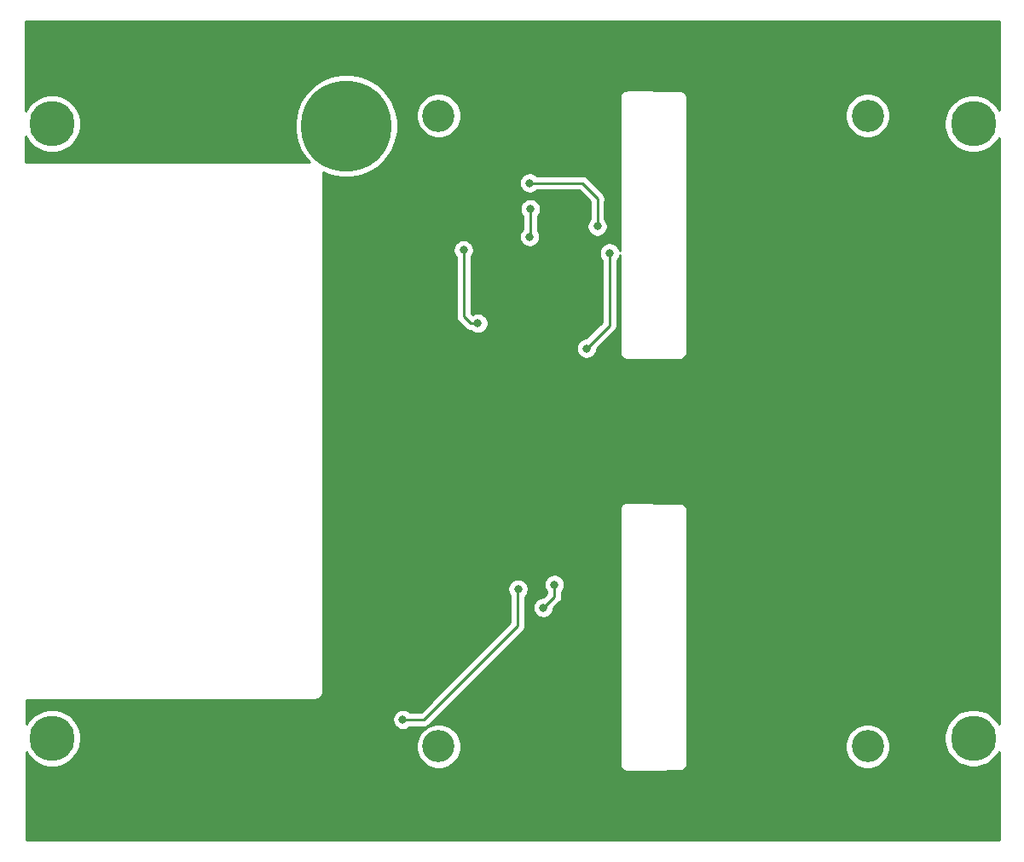
<source format=gbr>
G04 #@! TF.GenerationSoftware,KiCad,Pcbnew,(5.1.2)-2*
G04 #@! TF.CreationDate,2022-01-19T07:22:50-03:00*
G04 #@! TF.ProjectId,MAG_Plus,4d41475f-506c-4757-932e-6b696361645f,rev?*
G04 #@! TF.SameCoordinates,Original*
G04 #@! TF.FileFunction,Copper,L1,Top*
G04 #@! TF.FilePolarity,Positive*
%FSLAX46Y46*%
G04 Gerber Fmt 4.6, Leading zero omitted, Abs format (unit mm)*
G04 Created by KiCad (PCBNEW (5.1.2)-2) date 2022-01-19 07:22:50*
%MOMM*%
%LPD*%
G04 APERTURE LIST*
%ADD10C,9.000000*%
%ADD11C,4.500000*%
%ADD12C,3.200000*%
%ADD13C,0.800000*%
%ADD14C,0.250000*%
%ADD15C,0.254000*%
G04 APERTURE END LIST*
D10*
X44500000Y-23000000D03*
D11*
X15260000Y-22800000D03*
X106760000Y-83800000D03*
X15260000Y-83810000D03*
X106760000Y-22800000D03*
D12*
X96260000Y-84610000D03*
X53670000Y-21990000D03*
X53670000Y-84610000D03*
X96260000Y-21990000D03*
D13*
X64059998Y-70850000D03*
X65159998Y-68550000D03*
X50110000Y-81950000D03*
X61560000Y-69000000D03*
X68350000Y-45100000D03*
X62760000Y-31260000D03*
X62700000Y-34010000D03*
X69420000Y-32980000D03*
X62700000Y-28670000D03*
X70634990Y-35630000D03*
X56140000Y-35330000D03*
X57560000Y-42600000D03*
D14*
X65159998Y-69115685D02*
X65159998Y-68550000D01*
X65159998Y-69750000D02*
X65159998Y-69115685D01*
X64059998Y-70850000D02*
X65159998Y-69750000D01*
X61510000Y-69050000D02*
X61560000Y-69000000D01*
X61510000Y-72650000D02*
X61510000Y-69050000D01*
X50110000Y-81950000D02*
X52210000Y-81950000D01*
X52210000Y-81950000D02*
X61510000Y-72650000D01*
X62760000Y-31260000D02*
X62760000Y-33950000D01*
X62760000Y-33950000D02*
X62700000Y-34010000D01*
X67900000Y-28670000D02*
X62700000Y-28670000D01*
X69430000Y-30200000D02*
X67900000Y-28670000D01*
X69430000Y-30330000D02*
X69430000Y-30200000D01*
X69420000Y-32980000D02*
X69420000Y-30340000D01*
X69420000Y-30340000D02*
X69430000Y-30330000D01*
X70634990Y-36195685D02*
X70634990Y-35630000D01*
X70634990Y-42815010D02*
X70634990Y-36195685D01*
X68350000Y-45100000D02*
X70634990Y-42815010D01*
X56820000Y-42600000D02*
X57560000Y-42600000D01*
X56140000Y-35330000D02*
X56140000Y-41920000D01*
X56140000Y-41920000D02*
X56820000Y-42600000D01*
D15*
G36*
X109300000Y-21408516D02*
G01*
X109000926Y-20960920D01*
X108599080Y-20559074D01*
X108126560Y-20243346D01*
X107601523Y-20025869D01*
X107044148Y-19915000D01*
X106475852Y-19915000D01*
X105918477Y-20025869D01*
X105393440Y-20243346D01*
X104920920Y-20559074D01*
X104519074Y-20960920D01*
X104203346Y-21433440D01*
X103985869Y-21958477D01*
X103875000Y-22515852D01*
X103875000Y-23084148D01*
X103985869Y-23641523D01*
X104203346Y-24166560D01*
X104519074Y-24639080D01*
X104920920Y-25040926D01*
X105393440Y-25356654D01*
X105918477Y-25574131D01*
X106475852Y-25685000D01*
X107044148Y-25685000D01*
X107601523Y-25574131D01*
X108126560Y-25356654D01*
X108599080Y-25040926D01*
X109000926Y-24639080D01*
X109300000Y-24191484D01*
X109300001Y-82408517D01*
X109000926Y-81960920D01*
X108599080Y-81559074D01*
X108126560Y-81243346D01*
X107601523Y-81025869D01*
X107044148Y-80915000D01*
X106475852Y-80915000D01*
X105918477Y-81025869D01*
X105393440Y-81243346D01*
X104920920Y-81559074D01*
X104519074Y-81960920D01*
X104203346Y-82433440D01*
X103985869Y-82958477D01*
X103875000Y-83515852D01*
X103875000Y-84084148D01*
X103985869Y-84641523D01*
X104203346Y-85166560D01*
X104519074Y-85639080D01*
X104920920Y-86040926D01*
X105393440Y-86356654D01*
X105918477Y-86574131D01*
X106475852Y-86685000D01*
X107044148Y-86685000D01*
X107601523Y-86574131D01*
X108126560Y-86356654D01*
X108599080Y-86040926D01*
X109000926Y-85639080D01*
X109300001Y-85191483D01*
X109300001Y-93940000D01*
X12719568Y-93940000D01*
X12713843Y-85192270D01*
X13019074Y-85649080D01*
X13420920Y-86050926D01*
X13893440Y-86366654D01*
X14418477Y-86584131D01*
X14975852Y-86695000D01*
X15544148Y-86695000D01*
X16101523Y-86584131D01*
X16626560Y-86366654D01*
X17099080Y-86050926D01*
X17500926Y-85649080D01*
X17816654Y-85176560D01*
X18034131Y-84651523D01*
X18086176Y-84389872D01*
X51435000Y-84389872D01*
X51435000Y-84830128D01*
X51520890Y-85261925D01*
X51689369Y-85668669D01*
X51933962Y-86034729D01*
X52245271Y-86346038D01*
X52611331Y-86590631D01*
X53018075Y-86759110D01*
X53449872Y-86845000D01*
X53890128Y-86845000D01*
X54321925Y-86759110D01*
X54728669Y-86590631D01*
X54939138Y-86450000D01*
X71646807Y-86450000D01*
X71659550Y-86579383D01*
X71697290Y-86703793D01*
X71758575Y-86818450D01*
X71793085Y-86860500D01*
X71841052Y-86918948D01*
X71941550Y-87001425D01*
X72056207Y-87062710D01*
X72180617Y-87100450D01*
X72310000Y-87113193D01*
X72342419Y-87110000D01*
X74833494Y-87110000D01*
X74839371Y-87110473D01*
X74865859Y-87110000D01*
X74892419Y-87110000D01*
X74898301Y-87109421D01*
X77633453Y-87060578D01*
X77660000Y-87063193D01*
X77698306Y-87059420D01*
X77704197Y-87059315D01*
X77730505Y-87056249D01*
X77789383Y-87050450D01*
X77795073Y-87048724D01*
X77800975Y-87048036D01*
X77857207Y-87029876D01*
X77913793Y-87012710D01*
X77919037Y-87009907D01*
X77924691Y-87008081D01*
X77976282Y-86979309D01*
X78028450Y-86951425D01*
X78033049Y-86947651D01*
X78038236Y-86944758D01*
X78083214Y-86906481D01*
X78128948Y-86868948D01*
X78132723Y-86864349D01*
X78137245Y-86860500D01*
X78173886Y-86814191D01*
X78211425Y-86768450D01*
X78214230Y-86763203D01*
X78217915Y-86758545D01*
X78244826Y-86705960D01*
X78272710Y-86653793D01*
X78274437Y-86648101D01*
X78277143Y-86642813D01*
X78293274Y-86586002D01*
X78310450Y-86529383D01*
X78311033Y-86523460D01*
X78312655Y-86517749D01*
X78317392Y-86458897D01*
X78320000Y-86432419D01*
X78320000Y-86426499D01*
X78323086Y-86388160D01*
X78320000Y-86361683D01*
X78320000Y-84389872D01*
X94025000Y-84389872D01*
X94025000Y-84830128D01*
X94110890Y-85261925D01*
X94279369Y-85668669D01*
X94523962Y-86034729D01*
X94835271Y-86346038D01*
X95201331Y-86590631D01*
X95608075Y-86759110D01*
X96039872Y-86845000D01*
X96480128Y-86845000D01*
X96911925Y-86759110D01*
X97318669Y-86590631D01*
X97684729Y-86346038D01*
X97996038Y-86034729D01*
X98240631Y-85668669D01*
X98409110Y-85261925D01*
X98495000Y-84830128D01*
X98495000Y-84389872D01*
X98409110Y-83958075D01*
X98240631Y-83551331D01*
X97996038Y-83185271D01*
X97684729Y-82873962D01*
X97318669Y-82629369D01*
X96911925Y-82460890D01*
X96480128Y-82375000D01*
X96039872Y-82375000D01*
X95608075Y-82460890D01*
X95201331Y-82629369D01*
X94835271Y-82873962D01*
X94523962Y-83185271D01*
X94279369Y-83551331D01*
X94110890Y-83958075D01*
X94025000Y-84389872D01*
X78320000Y-84389872D01*
X78320000Y-61135510D01*
X78323164Y-61106197D01*
X78320000Y-61070671D01*
X78320000Y-61067581D01*
X78317125Y-61038395D01*
X78311631Y-60976702D01*
X78310755Y-60973714D01*
X78310450Y-60970617D01*
X78292471Y-60911349D01*
X78275055Y-60851945D01*
X78273614Y-60849188D01*
X78272710Y-60846207D01*
X78243498Y-60791555D01*
X78214844Y-60736720D01*
X78212894Y-60734298D01*
X78211425Y-60731550D01*
X78172122Y-60683660D01*
X78133310Y-60635455D01*
X78130923Y-60633458D01*
X78128948Y-60631052D01*
X78081082Y-60591770D01*
X78033587Y-60552043D01*
X78030856Y-60550550D01*
X78028449Y-60548575D01*
X77973838Y-60519385D01*
X77919508Y-60489689D01*
X77916538Y-60488757D01*
X77913792Y-60487290D01*
X77854527Y-60469312D01*
X77795456Y-60450788D01*
X77792362Y-60450454D01*
X77789382Y-60449550D01*
X77727728Y-60443478D01*
X77698585Y-60440332D01*
X77695497Y-60440303D01*
X77660000Y-60436807D01*
X77630656Y-60439697D01*
X72345496Y-60390303D01*
X72310000Y-60386807D01*
X72248337Y-60392880D01*
X72186702Y-60398370D01*
X72183719Y-60399245D01*
X72180618Y-60399550D01*
X72121332Y-60417535D01*
X72061945Y-60434945D01*
X72059186Y-60436386D01*
X72056208Y-60437290D01*
X72001600Y-60466478D01*
X71946720Y-60495156D01*
X71944296Y-60497108D01*
X71941551Y-60498575D01*
X71893713Y-60537835D01*
X71845455Y-60576690D01*
X71843456Y-60579080D01*
X71841053Y-60581052D01*
X71801802Y-60628879D01*
X71762043Y-60676413D01*
X71760550Y-60679145D01*
X71758576Y-60681550D01*
X71729393Y-60736147D01*
X71699689Y-60790493D01*
X71698758Y-60793463D01*
X71697291Y-60796207D01*
X71679329Y-60855419D01*
X71660788Y-60914544D01*
X71660454Y-60917641D01*
X71659551Y-60920617D01*
X71653489Y-60982162D01*
X71646836Y-61043803D01*
X71650001Y-61079337D01*
X71650000Y-86417581D01*
X71646807Y-86450000D01*
X54939138Y-86450000D01*
X55094729Y-86346038D01*
X55406038Y-86034729D01*
X55650631Y-85668669D01*
X55819110Y-85261925D01*
X55905000Y-84830128D01*
X55905000Y-84389872D01*
X55819110Y-83958075D01*
X55650631Y-83551331D01*
X55406038Y-83185271D01*
X55094729Y-82873962D01*
X54728669Y-82629369D01*
X54321925Y-82460890D01*
X53890128Y-82375000D01*
X53449872Y-82375000D01*
X53018075Y-82460890D01*
X52611331Y-82629369D01*
X52245271Y-82873962D01*
X51933962Y-83185271D01*
X51689369Y-83551331D01*
X51520890Y-83958075D01*
X51435000Y-84389872D01*
X18086176Y-84389872D01*
X18145000Y-84094148D01*
X18145000Y-83525852D01*
X18034131Y-82968477D01*
X17816654Y-82443440D01*
X17500926Y-81970920D01*
X17378067Y-81848061D01*
X49075000Y-81848061D01*
X49075000Y-82051939D01*
X49114774Y-82251898D01*
X49192795Y-82440256D01*
X49306063Y-82609774D01*
X49450226Y-82753937D01*
X49619744Y-82867205D01*
X49808102Y-82945226D01*
X50008061Y-82985000D01*
X50211939Y-82985000D01*
X50411898Y-82945226D01*
X50600256Y-82867205D01*
X50769774Y-82753937D01*
X50813711Y-82710000D01*
X52172678Y-82710000D01*
X52210000Y-82713676D01*
X52247322Y-82710000D01*
X52247333Y-82710000D01*
X52358986Y-82699003D01*
X52502247Y-82655546D01*
X52634276Y-82584974D01*
X52750001Y-82490001D01*
X52773804Y-82460997D01*
X62021004Y-73213798D01*
X62050001Y-73190001D01*
X62076332Y-73157917D01*
X62144974Y-73074277D01*
X62215546Y-72942247D01*
X62215546Y-72942246D01*
X62259003Y-72798986D01*
X62270000Y-72687333D01*
X62270000Y-72687324D01*
X62273676Y-72650001D01*
X62270000Y-72612678D01*
X62270000Y-70748061D01*
X63024998Y-70748061D01*
X63024998Y-70951939D01*
X63064772Y-71151898D01*
X63142793Y-71340256D01*
X63256061Y-71509774D01*
X63400224Y-71653937D01*
X63569742Y-71767205D01*
X63758100Y-71845226D01*
X63958059Y-71885000D01*
X64161937Y-71885000D01*
X64361896Y-71845226D01*
X64550254Y-71767205D01*
X64719772Y-71653937D01*
X64863935Y-71509774D01*
X64977203Y-71340256D01*
X65055224Y-71151898D01*
X65094998Y-70951939D01*
X65094998Y-70889801D01*
X65671002Y-70313798D01*
X65699999Y-70290001D01*
X65726330Y-70257917D01*
X65794972Y-70174277D01*
X65865544Y-70042247D01*
X65903474Y-69917205D01*
X65909001Y-69898986D01*
X65919998Y-69787333D01*
X65919998Y-69787323D01*
X65923674Y-69750000D01*
X65919998Y-69712677D01*
X65919998Y-69253711D01*
X65963935Y-69209774D01*
X66077203Y-69040256D01*
X66155224Y-68851898D01*
X66194998Y-68651939D01*
X66194998Y-68448061D01*
X66155224Y-68248102D01*
X66077203Y-68059744D01*
X65963935Y-67890226D01*
X65819772Y-67746063D01*
X65650254Y-67632795D01*
X65461896Y-67554774D01*
X65261937Y-67515000D01*
X65058059Y-67515000D01*
X64858100Y-67554774D01*
X64669742Y-67632795D01*
X64500224Y-67746063D01*
X64356061Y-67890226D01*
X64242793Y-68059744D01*
X64164772Y-68248102D01*
X64124998Y-68448061D01*
X64124998Y-68651939D01*
X64164772Y-68851898D01*
X64242793Y-69040256D01*
X64356061Y-69209774D01*
X64399998Y-69253711D01*
X64399998Y-69435198D01*
X64020197Y-69815000D01*
X63958059Y-69815000D01*
X63758100Y-69854774D01*
X63569742Y-69932795D01*
X63400224Y-70046063D01*
X63256061Y-70190226D01*
X63142793Y-70359744D01*
X63064772Y-70548102D01*
X63024998Y-70748061D01*
X62270000Y-70748061D01*
X62270000Y-69753711D01*
X62363937Y-69659774D01*
X62477205Y-69490256D01*
X62555226Y-69301898D01*
X62595000Y-69101939D01*
X62595000Y-68898061D01*
X62555226Y-68698102D01*
X62477205Y-68509744D01*
X62363937Y-68340226D01*
X62219774Y-68196063D01*
X62050256Y-68082795D01*
X61861898Y-68004774D01*
X61661939Y-67965000D01*
X61458061Y-67965000D01*
X61258102Y-68004774D01*
X61069744Y-68082795D01*
X60900226Y-68196063D01*
X60756063Y-68340226D01*
X60642795Y-68509744D01*
X60564774Y-68698102D01*
X60525000Y-68898061D01*
X60525000Y-69101939D01*
X60564774Y-69301898D01*
X60642795Y-69490256D01*
X60750001Y-69650701D01*
X60750000Y-72335198D01*
X51895199Y-81190000D01*
X50813711Y-81190000D01*
X50769774Y-81146063D01*
X50600256Y-81032795D01*
X50411898Y-80954774D01*
X50211939Y-80915000D01*
X50008061Y-80915000D01*
X49808102Y-80954774D01*
X49619744Y-81032795D01*
X49450226Y-81146063D01*
X49306063Y-81290226D01*
X49192795Y-81459744D01*
X49114774Y-81648102D01*
X49075000Y-81848061D01*
X17378067Y-81848061D01*
X17099080Y-81569074D01*
X16626560Y-81253346D01*
X16101523Y-81035869D01*
X15544148Y-80925000D01*
X14975852Y-80925000D01*
X14418477Y-81035869D01*
X13893440Y-81253346D01*
X13420920Y-81569074D01*
X13019074Y-81970920D01*
X12712035Y-82430436D01*
X12710431Y-79980000D01*
X41467581Y-79980000D01*
X41500000Y-79983193D01*
X41532419Y-79980000D01*
X41629383Y-79970450D01*
X41753793Y-79932710D01*
X41868450Y-79871425D01*
X41968948Y-79788948D01*
X42051425Y-79688450D01*
X42112710Y-79573793D01*
X42150450Y-79449383D01*
X42163193Y-79320000D01*
X42160000Y-79287581D01*
X42160000Y-44998061D01*
X67315000Y-44998061D01*
X67315000Y-45201939D01*
X67354774Y-45401898D01*
X67432795Y-45590256D01*
X67546063Y-45759774D01*
X67690226Y-45903937D01*
X67859744Y-46017205D01*
X68048102Y-46095226D01*
X68248061Y-46135000D01*
X68451939Y-46135000D01*
X68651898Y-46095226D01*
X68840256Y-46017205D01*
X69009774Y-45903937D01*
X69153937Y-45759774D01*
X69267205Y-45590256D01*
X69345226Y-45401898D01*
X69385000Y-45201939D01*
X69385000Y-45139801D01*
X71145994Y-43378808D01*
X71174991Y-43355011D01*
X71269964Y-43239286D01*
X71340536Y-43107257D01*
X71383993Y-42963996D01*
X71394990Y-42852343D01*
X71394990Y-42852333D01*
X71398666Y-42815010D01*
X71394990Y-42777687D01*
X71394990Y-36333711D01*
X71438927Y-36289774D01*
X71552195Y-36120256D01*
X71630216Y-35931898D01*
X71650000Y-35832434D01*
X71650000Y-45517581D01*
X71646807Y-45550000D01*
X71659550Y-45679383D01*
X71697290Y-45803793D01*
X71758575Y-45918450D01*
X71839622Y-46017205D01*
X71841052Y-46018948D01*
X71941550Y-46101425D01*
X72056207Y-46162710D01*
X72180617Y-46200450D01*
X72310000Y-46213193D01*
X72342419Y-46210000D01*
X77627581Y-46210000D01*
X77660000Y-46213193D01*
X77692419Y-46210000D01*
X77789383Y-46200450D01*
X77913793Y-46162710D01*
X78028450Y-46101425D01*
X78128948Y-46018948D01*
X78211425Y-45918450D01*
X78272710Y-45803793D01*
X78310450Y-45679383D01*
X78323193Y-45550000D01*
X78320000Y-45517581D01*
X78320000Y-21769872D01*
X94025000Y-21769872D01*
X94025000Y-22210128D01*
X94110890Y-22641925D01*
X94279369Y-23048669D01*
X94523962Y-23414729D01*
X94835271Y-23726038D01*
X95201331Y-23970631D01*
X95608075Y-24139110D01*
X96039872Y-24225000D01*
X96480128Y-24225000D01*
X96911925Y-24139110D01*
X97318669Y-23970631D01*
X97684729Y-23726038D01*
X97996038Y-23414729D01*
X98240631Y-23048669D01*
X98409110Y-22641925D01*
X98495000Y-22210128D01*
X98495000Y-21769872D01*
X98409110Y-21338075D01*
X98240631Y-20931331D01*
X97996038Y-20565271D01*
X97684729Y-20253962D01*
X97318669Y-20009369D01*
X96911925Y-19840890D01*
X96480128Y-19755000D01*
X96039872Y-19755000D01*
X95608075Y-19840890D01*
X95201331Y-20009369D01*
X94835271Y-20253962D01*
X94523962Y-20565271D01*
X94279369Y-20931331D01*
X94110890Y-21338075D01*
X94025000Y-21769872D01*
X78320000Y-21769872D01*
X78320000Y-20185510D01*
X78323164Y-20156197D01*
X78320000Y-20120671D01*
X78320000Y-20117581D01*
X78317125Y-20088395D01*
X78311631Y-20026702D01*
X78310755Y-20023714D01*
X78310450Y-20020617D01*
X78292471Y-19961349D01*
X78275055Y-19901945D01*
X78273614Y-19899188D01*
X78272710Y-19896207D01*
X78243498Y-19841555D01*
X78214844Y-19786720D01*
X78212894Y-19784298D01*
X78211425Y-19781550D01*
X78172122Y-19733660D01*
X78133310Y-19685455D01*
X78130923Y-19683458D01*
X78128948Y-19681052D01*
X78081082Y-19641770D01*
X78033587Y-19602043D01*
X78030856Y-19600550D01*
X78028449Y-19598575D01*
X77973838Y-19569385D01*
X77919508Y-19539689D01*
X77916538Y-19538757D01*
X77913792Y-19537290D01*
X77854527Y-19519312D01*
X77795456Y-19500788D01*
X77792362Y-19500454D01*
X77789382Y-19499550D01*
X77727728Y-19493478D01*
X77698585Y-19490332D01*
X77695497Y-19490303D01*
X77660000Y-19486807D01*
X77630656Y-19489697D01*
X72345496Y-19440303D01*
X72310000Y-19436807D01*
X72248337Y-19442880D01*
X72186702Y-19448370D01*
X72183719Y-19449245D01*
X72180618Y-19449550D01*
X72121332Y-19467535D01*
X72061945Y-19484945D01*
X72059186Y-19486386D01*
X72056208Y-19487290D01*
X72001600Y-19516478D01*
X71946720Y-19545156D01*
X71944296Y-19547108D01*
X71941551Y-19548575D01*
X71893713Y-19587835D01*
X71845455Y-19626690D01*
X71843456Y-19629080D01*
X71841053Y-19631052D01*
X71801802Y-19678879D01*
X71762043Y-19726413D01*
X71760550Y-19729145D01*
X71758576Y-19731550D01*
X71729393Y-19786147D01*
X71699689Y-19840493D01*
X71698758Y-19843463D01*
X71697291Y-19846207D01*
X71679329Y-19905419D01*
X71660788Y-19964544D01*
X71660454Y-19967641D01*
X71659551Y-19970617D01*
X71653489Y-20032162D01*
X71646836Y-20093803D01*
X71650001Y-20129337D01*
X71650000Y-35427566D01*
X71630216Y-35328102D01*
X71552195Y-35139744D01*
X71438927Y-34970226D01*
X71294764Y-34826063D01*
X71125246Y-34712795D01*
X70936888Y-34634774D01*
X70736929Y-34595000D01*
X70533051Y-34595000D01*
X70333092Y-34634774D01*
X70144734Y-34712795D01*
X69975216Y-34826063D01*
X69831053Y-34970226D01*
X69717785Y-35139744D01*
X69639764Y-35328102D01*
X69599990Y-35528061D01*
X69599990Y-35731939D01*
X69639764Y-35931898D01*
X69717785Y-36120256D01*
X69831053Y-36289774D01*
X69874991Y-36333712D01*
X69874990Y-42500208D01*
X68310199Y-44065000D01*
X68248061Y-44065000D01*
X68048102Y-44104774D01*
X67859744Y-44182795D01*
X67690226Y-44296063D01*
X67546063Y-44440226D01*
X67432795Y-44609744D01*
X67354774Y-44798102D01*
X67315000Y-44998061D01*
X42160000Y-44998061D01*
X42160000Y-35228061D01*
X55105000Y-35228061D01*
X55105000Y-35431939D01*
X55144774Y-35631898D01*
X55222795Y-35820256D01*
X55336063Y-35989774D01*
X55380000Y-36033711D01*
X55380001Y-41882668D01*
X55376324Y-41920000D01*
X55390998Y-42068985D01*
X55434454Y-42212246D01*
X55505026Y-42344276D01*
X55543154Y-42390734D01*
X55600000Y-42460001D01*
X55628998Y-42483799D01*
X56256201Y-43111002D01*
X56279999Y-43140001D01*
X56395724Y-43234974D01*
X56527753Y-43305546D01*
X56671014Y-43349003D01*
X56782667Y-43360000D01*
X56782676Y-43360000D01*
X56819999Y-43363676D01*
X56856382Y-43360093D01*
X56900226Y-43403937D01*
X57069744Y-43517205D01*
X57258102Y-43595226D01*
X57458061Y-43635000D01*
X57661939Y-43635000D01*
X57861898Y-43595226D01*
X58050256Y-43517205D01*
X58219774Y-43403937D01*
X58363937Y-43259774D01*
X58477205Y-43090256D01*
X58555226Y-42901898D01*
X58595000Y-42701939D01*
X58595000Y-42498061D01*
X58555226Y-42298102D01*
X58477205Y-42109744D01*
X58363937Y-41940226D01*
X58219774Y-41796063D01*
X58050256Y-41682795D01*
X57861898Y-41604774D01*
X57661939Y-41565000D01*
X57458061Y-41565000D01*
X57258102Y-41604774D01*
X57069744Y-41682795D01*
X57014506Y-41719704D01*
X56900000Y-41605199D01*
X56900000Y-36033711D01*
X56943937Y-35989774D01*
X57057205Y-35820256D01*
X57135226Y-35631898D01*
X57175000Y-35431939D01*
X57175000Y-35228061D01*
X57135226Y-35028102D01*
X57057205Y-34839744D01*
X56943937Y-34670226D01*
X56799774Y-34526063D01*
X56630256Y-34412795D01*
X56441898Y-34334774D01*
X56241939Y-34295000D01*
X56038061Y-34295000D01*
X55838102Y-34334774D01*
X55649744Y-34412795D01*
X55480226Y-34526063D01*
X55336063Y-34670226D01*
X55222795Y-34839744D01*
X55144774Y-35028102D01*
X55105000Y-35228061D01*
X42160000Y-35228061D01*
X42160000Y-33908061D01*
X61665000Y-33908061D01*
X61665000Y-34111939D01*
X61704774Y-34311898D01*
X61782795Y-34500256D01*
X61896063Y-34669774D01*
X62040226Y-34813937D01*
X62209744Y-34927205D01*
X62398102Y-35005226D01*
X62598061Y-35045000D01*
X62801939Y-35045000D01*
X63001898Y-35005226D01*
X63190256Y-34927205D01*
X63359774Y-34813937D01*
X63503937Y-34669774D01*
X63617205Y-34500256D01*
X63695226Y-34311898D01*
X63735000Y-34111939D01*
X63735000Y-33908061D01*
X63695226Y-33708102D01*
X63617205Y-33519744D01*
X63520000Y-33374266D01*
X63520000Y-31963711D01*
X63563937Y-31919774D01*
X63677205Y-31750256D01*
X63755226Y-31561898D01*
X63795000Y-31361939D01*
X63795000Y-31158061D01*
X63755226Y-30958102D01*
X63677205Y-30769744D01*
X63563937Y-30600226D01*
X63419774Y-30456063D01*
X63250256Y-30342795D01*
X63061898Y-30264774D01*
X62861939Y-30225000D01*
X62658061Y-30225000D01*
X62458102Y-30264774D01*
X62269744Y-30342795D01*
X62100226Y-30456063D01*
X61956063Y-30600226D01*
X61842795Y-30769744D01*
X61764774Y-30958102D01*
X61725000Y-31158061D01*
X61725000Y-31361939D01*
X61764774Y-31561898D01*
X61842795Y-31750256D01*
X61956063Y-31919774D01*
X62000000Y-31963711D01*
X62000001Y-33246288D01*
X61896063Y-33350226D01*
X61782795Y-33519744D01*
X61704774Y-33708102D01*
X61665000Y-33908061D01*
X42160000Y-33908061D01*
X42160000Y-28568061D01*
X61665000Y-28568061D01*
X61665000Y-28771939D01*
X61704774Y-28971898D01*
X61782795Y-29160256D01*
X61896063Y-29329774D01*
X62040226Y-29473937D01*
X62209744Y-29587205D01*
X62398102Y-29665226D01*
X62598061Y-29705000D01*
X62801939Y-29705000D01*
X63001898Y-29665226D01*
X63190256Y-29587205D01*
X63359774Y-29473937D01*
X63403711Y-29430000D01*
X67585199Y-29430000D01*
X68660001Y-30504803D01*
X68660000Y-32276289D01*
X68616063Y-32320226D01*
X68502795Y-32489744D01*
X68424774Y-32678102D01*
X68385000Y-32878061D01*
X68385000Y-33081939D01*
X68424774Y-33281898D01*
X68502795Y-33470256D01*
X68616063Y-33639774D01*
X68760226Y-33783937D01*
X68929744Y-33897205D01*
X69118102Y-33975226D01*
X69318061Y-34015000D01*
X69521939Y-34015000D01*
X69721898Y-33975226D01*
X69910256Y-33897205D01*
X70079774Y-33783937D01*
X70223937Y-33639774D01*
X70337205Y-33470256D01*
X70415226Y-33281898D01*
X70455000Y-33081939D01*
X70455000Y-32878061D01*
X70415226Y-32678102D01*
X70337205Y-32489744D01*
X70223937Y-32320226D01*
X70180000Y-32276289D01*
X70180000Y-30468863D01*
X70190000Y-30367333D01*
X70190000Y-30367323D01*
X70193676Y-30330001D01*
X70190000Y-30292678D01*
X70190000Y-30237325D01*
X70193676Y-30200000D01*
X70190000Y-30162675D01*
X70190000Y-30162668D01*
X70179003Y-30051015D01*
X70178014Y-30047753D01*
X70135546Y-29907753D01*
X70064974Y-29775724D01*
X69993799Y-29688997D01*
X69970001Y-29659999D01*
X69941003Y-29636201D01*
X68463804Y-28159003D01*
X68440001Y-28129999D01*
X68324276Y-28035026D01*
X68192247Y-27964454D01*
X68048986Y-27920997D01*
X67937333Y-27910000D01*
X67937322Y-27910000D01*
X67900000Y-27906324D01*
X67862678Y-27910000D01*
X63403711Y-27910000D01*
X63359774Y-27866063D01*
X63190256Y-27752795D01*
X63001898Y-27674774D01*
X62801939Y-27635000D01*
X62598061Y-27635000D01*
X62398102Y-27674774D01*
X62209744Y-27752795D01*
X62040226Y-27866063D01*
X61896063Y-28010226D01*
X61782795Y-28179744D01*
X61704774Y-28368102D01*
X61665000Y-28568061D01*
X42160000Y-28568061D01*
X42160000Y-27588824D01*
X43002176Y-27937665D01*
X43994247Y-28135000D01*
X45005753Y-28135000D01*
X45997824Y-27937665D01*
X46932335Y-27550578D01*
X47773372Y-26988615D01*
X48488615Y-26273372D01*
X49050578Y-25432335D01*
X49437665Y-24497824D01*
X49635000Y-23505753D01*
X49635000Y-22494247D01*
X49490913Y-21769872D01*
X51435000Y-21769872D01*
X51435000Y-22210128D01*
X51520890Y-22641925D01*
X51689369Y-23048669D01*
X51933962Y-23414729D01*
X52245271Y-23726038D01*
X52611331Y-23970631D01*
X53018075Y-24139110D01*
X53449872Y-24225000D01*
X53890128Y-24225000D01*
X54321925Y-24139110D01*
X54728669Y-23970631D01*
X55094729Y-23726038D01*
X55406038Y-23414729D01*
X55650631Y-23048669D01*
X55819110Y-22641925D01*
X55905000Y-22210128D01*
X55905000Y-21769872D01*
X55819110Y-21338075D01*
X55650631Y-20931331D01*
X55406038Y-20565271D01*
X55094729Y-20253962D01*
X54728669Y-20009369D01*
X54321925Y-19840890D01*
X53890128Y-19755000D01*
X53449872Y-19755000D01*
X53018075Y-19840890D01*
X52611331Y-20009369D01*
X52245271Y-20253962D01*
X51933962Y-20565271D01*
X51689369Y-20931331D01*
X51520890Y-21338075D01*
X51435000Y-21769872D01*
X49490913Y-21769872D01*
X49437665Y-21502176D01*
X49050578Y-20567665D01*
X48488615Y-19726628D01*
X47773372Y-19011385D01*
X46932335Y-18449422D01*
X45997824Y-18062335D01*
X45005753Y-17865000D01*
X43994247Y-17865000D01*
X43002176Y-18062335D01*
X42067665Y-18449422D01*
X41226628Y-19011385D01*
X40511385Y-19726628D01*
X39949422Y-20567665D01*
X39562335Y-21502176D01*
X39365000Y-22494247D01*
X39365000Y-23505753D01*
X39562335Y-24497824D01*
X39949422Y-25432335D01*
X40511385Y-26273372D01*
X40858013Y-26620000D01*
X12660000Y-26620000D01*
X12660000Y-24061913D01*
X12703346Y-24166560D01*
X13019074Y-24639080D01*
X13420920Y-25040926D01*
X13893440Y-25356654D01*
X14418477Y-25574131D01*
X14975852Y-25685000D01*
X15544148Y-25685000D01*
X16101523Y-25574131D01*
X16626560Y-25356654D01*
X17099080Y-25040926D01*
X17500926Y-24639080D01*
X17816654Y-24166560D01*
X18034131Y-23641523D01*
X18145000Y-23084148D01*
X18145000Y-22515852D01*
X18034131Y-21958477D01*
X17816654Y-21433440D01*
X17500926Y-20960920D01*
X17099080Y-20559074D01*
X16626560Y-20243346D01*
X16101523Y-20025869D01*
X15544148Y-19915000D01*
X14975852Y-19915000D01*
X14418477Y-20025869D01*
X13893440Y-20243346D01*
X13420920Y-20559074D01*
X13019074Y-20960920D01*
X12703346Y-21433440D01*
X12660000Y-21538087D01*
X12660000Y-12660000D01*
X109300000Y-12660000D01*
X109300000Y-21408516D01*
X109300000Y-21408516D01*
G37*
X109300000Y-21408516D02*
X109000926Y-20960920D01*
X108599080Y-20559074D01*
X108126560Y-20243346D01*
X107601523Y-20025869D01*
X107044148Y-19915000D01*
X106475852Y-19915000D01*
X105918477Y-20025869D01*
X105393440Y-20243346D01*
X104920920Y-20559074D01*
X104519074Y-20960920D01*
X104203346Y-21433440D01*
X103985869Y-21958477D01*
X103875000Y-22515852D01*
X103875000Y-23084148D01*
X103985869Y-23641523D01*
X104203346Y-24166560D01*
X104519074Y-24639080D01*
X104920920Y-25040926D01*
X105393440Y-25356654D01*
X105918477Y-25574131D01*
X106475852Y-25685000D01*
X107044148Y-25685000D01*
X107601523Y-25574131D01*
X108126560Y-25356654D01*
X108599080Y-25040926D01*
X109000926Y-24639080D01*
X109300000Y-24191484D01*
X109300001Y-82408517D01*
X109000926Y-81960920D01*
X108599080Y-81559074D01*
X108126560Y-81243346D01*
X107601523Y-81025869D01*
X107044148Y-80915000D01*
X106475852Y-80915000D01*
X105918477Y-81025869D01*
X105393440Y-81243346D01*
X104920920Y-81559074D01*
X104519074Y-81960920D01*
X104203346Y-82433440D01*
X103985869Y-82958477D01*
X103875000Y-83515852D01*
X103875000Y-84084148D01*
X103985869Y-84641523D01*
X104203346Y-85166560D01*
X104519074Y-85639080D01*
X104920920Y-86040926D01*
X105393440Y-86356654D01*
X105918477Y-86574131D01*
X106475852Y-86685000D01*
X107044148Y-86685000D01*
X107601523Y-86574131D01*
X108126560Y-86356654D01*
X108599080Y-86040926D01*
X109000926Y-85639080D01*
X109300001Y-85191483D01*
X109300001Y-93940000D01*
X12719568Y-93940000D01*
X12713843Y-85192270D01*
X13019074Y-85649080D01*
X13420920Y-86050926D01*
X13893440Y-86366654D01*
X14418477Y-86584131D01*
X14975852Y-86695000D01*
X15544148Y-86695000D01*
X16101523Y-86584131D01*
X16626560Y-86366654D01*
X17099080Y-86050926D01*
X17500926Y-85649080D01*
X17816654Y-85176560D01*
X18034131Y-84651523D01*
X18086176Y-84389872D01*
X51435000Y-84389872D01*
X51435000Y-84830128D01*
X51520890Y-85261925D01*
X51689369Y-85668669D01*
X51933962Y-86034729D01*
X52245271Y-86346038D01*
X52611331Y-86590631D01*
X53018075Y-86759110D01*
X53449872Y-86845000D01*
X53890128Y-86845000D01*
X54321925Y-86759110D01*
X54728669Y-86590631D01*
X54939138Y-86450000D01*
X71646807Y-86450000D01*
X71659550Y-86579383D01*
X71697290Y-86703793D01*
X71758575Y-86818450D01*
X71793085Y-86860500D01*
X71841052Y-86918948D01*
X71941550Y-87001425D01*
X72056207Y-87062710D01*
X72180617Y-87100450D01*
X72310000Y-87113193D01*
X72342419Y-87110000D01*
X74833494Y-87110000D01*
X74839371Y-87110473D01*
X74865859Y-87110000D01*
X74892419Y-87110000D01*
X74898301Y-87109421D01*
X77633453Y-87060578D01*
X77660000Y-87063193D01*
X77698306Y-87059420D01*
X77704197Y-87059315D01*
X77730505Y-87056249D01*
X77789383Y-87050450D01*
X77795073Y-87048724D01*
X77800975Y-87048036D01*
X77857207Y-87029876D01*
X77913793Y-87012710D01*
X77919037Y-87009907D01*
X77924691Y-87008081D01*
X77976282Y-86979309D01*
X78028450Y-86951425D01*
X78033049Y-86947651D01*
X78038236Y-86944758D01*
X78083214Y-86906481D01*
X78128948Y-86868948D01*
X78132723Y-86864349D01*
X78137245Y-86860500D01*
X78173886Y-86814191D01*
X78211425Y-86768450D01*
X78214230Y-86763203D01*
X78217915Y-86758545D01*
X78244826Y-86705960D01*
X78272710Y-86653793D01*
X78274437Y-86648101D01*
X78277143Y-86642813D01*
X78293274Y-86586002D01*
X78310450Y-86529383D01*
X78311033Y-86523460D01*
X78312655Y-86517749D01*
X78317392Y-86458897D01*
X78320000Y-86432419D01*
X78320000Y-86426499D01*
X78323086Y-86388160D01*
X78320000Y-86361683D01*
X78320000Y-84389872D01*
X94025000Y-84389872D01*
X94025000Y-84830128D01*
X94110890Y-85261925D01*
X94279369Y-85668669D01*
X94523962Y-86034729D01*
X94835271Y-86346038D01*
X95201331Y-86590631D01*
X95608075Y-86759110D01*
X96039872Y-86845000D01*
X96480128Y-86845000D01*
X96911925Y-86759110D01*
X97318669Y-86590631D01*
X97684729Y-86346038D01*
X97996038Y-86034729D01*
X98240631Y-85668669D01*
X98409110Y-85261925D01*
X98495000Y-84830128D01*
X98495000Y-84389872D01*
X98409110Y-83958075D01*
X98240631Y-83551331D01*
X97996038Y-83185271D01*
X97684729Y-82873962D01*
X97318669Y-82629369D01*
X96911925Y-82460890D01*
X96480128Y-82375000D01*
X96039872Y-82375000D01*
X95608075Y-82460890D01*
X95201331Y-82629369D01*
X94835271Y-82873962D01*
X94523962Y-83185271D01*
X94279369Y-83551331D01*
X94110890Y-83958075D01*
X94025000Y-84389872D01*
X78320000Y-84389872D01*
X78320000Y-61135510D01*
X78323164Y-61106197D01*
X78320000Y-61070671D01*
X78320000Y-61067581D01*
X78317125Y-61038395D01*
X78311631Y-60976702D01*
X78310755Y-60973714D01*
X78310450Y-60970617D01*
X78292471Y-60911349D01*
X78275055Y-60851945D01*
X78273614Y-60849188D01*
X78272710Y-60846207D01*
X78243498Y-60791555D01*
X78214844Y-60736720D01*
X78212894Y-60734298D01*
X78211425Y-60731550D01*
X78172122Y-60683660D01*
X78133310Y-60635455D01*
X78130923Y-60633458D01*
X78128948Y-60631052D01*
X78081082Y-60591770D01*
X78033587Y-60552043D01*
X78030856Y-60550550D01*
X78028449Y-60548575D01*
X77973838Y-60519385D01*
X77919508Y-60489689D01*
X77916538Y-60488757D01*
X77913792Y-60487290D01*
X77854527Y-60469312D01*
X77795456Y-60450788D01*
X77792362Y-60450454D01*
X77789382Y-60449550D01*
X77727728Y-60443478D01*
X77698585Y-60440332D01*
X77695497Y-60440303D01*
X77660000Y-60436807D01*
X77630656Y-60439697D01*
X72345496Y-60390303D01*
X72310000Y-60386807D01*
X72248337Y-60392880D01*
X72186702Y-60398370D01*
X72183719Y-60399245D01*
X72180618Y-60399550D01*
X72121332Y-60417535D01*
X72061945Y-60434945D01*
X72059186Y-60436386D01*
X72056208Y-60437290D01*
X72001600Y-60466478D01*
X71946720Y-60495156D01*
X71944296Y-60497108D01*
X71941551Y-60498575D01*
X71893713Y-60537835D01*
X71845455Y-60576690D01*
X71843456Y-60579080D01*
X71841053Y-60581052D01*
X71801802Y-60628879D01*
X71762043Y-60676413D01*
X71760550Y-60679145D01*
X71758576Y-60681550D01*
X71729393Y-60736147D01*
X71699689Y-60790493D01*
X71698758Y-60793463D01*
X71697291Y-60796207D01*
X71679329Y-60855419D01*
X71660788Y-60914544D01*
X71660454Y-60917641D01*
X71659551Y-60920617D01*
X71653489Y-60982162D01*
X71646836Y-61043803D01*
X71650001Y-61079337D01*
X71650000Y-86417581D01*
X71646807Y-86450000D01*
X54939138Y-86450000D01*
X55094729Y-86346038D01*
X55406038Y-86034729D01*
X55650631Y-85668669D01*
X55819110Y-85261925D01*
X55905000Y-84830128D01*
X55905000Y-84389872D01*
X55819110Y-83958075D01*
X55650631Y-83551331D01*
X55406038Y-83185271D01*
X55094729Y-82873962D01*
X54728669Y-82629369D01*
X54321925Y-82460890D01*
X53890128Y-82375000D01*
X53449872Y-82375000D01*
X53018075Y-82460890D01*
X52611331Y-82629369D01*
X52245271Y-82873962D01*
X51933962Y-83185271D01*
X51689369Y-83551331D01*
X51520890Y-83958075D01*
X51435000Y-84389872D01*
X18086176Y-84389872D01*
X18145000Y-84094148D01*
X18145000Y-83525852D01*
X18034131Y-82968477D01*
X17816654Y-82443440D01*
X17500926Y-81970920D01*
X17378067Y-81848061D01*
X49075000Y-81848061D01*
X49075000Y-82051939D01*
X49114774Y-82251898D01*
X49192795Y-82440256D01*
X49306063Y-82609774D01*
X49450226Y-82753937D01*
X49619744Y-82867205D01*
X49808102Y-82945226D01*
X50008061Y-82985000D01*
X50211939Y-82985000D01*
X50411898Y-82945226D01*
X50600256Y-82867205D01*
X50769774Y-82753937D01*
X50813711Y-82710000D01*
X52172678Y-82710000D01*
X52210000Y-82713676D01*
X52247322Y-82710000D01*
X52247333Y-82710000D01*
X52358986Y-82699003D01*
X52502247Y-82655546D01*
X52634276Y-82584974D01*
X52750001Y-82490001D01*
X52773804Y-82460997D01*
X62021004Y-73213798D01*
X62050001Y-73190001D01*
X62076332Y-73157917D01*
X62144974Y-73074277D01*
X62215546Y-72942247D01*
X62215546Y-72942246D01*
X62259003Y-72798986D01*
X62270000Y-72687333D01*
X62270000Y-72687324D01*
X62273676Y-72650001D01*
X62270000Y-72612678D01*
X62270000Y-70748061D01*
X63024998Y-70748061D01*
X63024998Y-70951939D01*
X63064772Y-71151898D01*
X63142793Y-71340256D01*
X63256061Y-71509774D01*
X63400224Y-71653937D01*
X63569742Y-71767205D01*
X63758100Y-71845226D01*
X63958059Y-71885000D01*
X64161937Y-71885000D01*
X64361896Y-71845226D01*
X64550254Y-71767205D01*
X64719772Y-71653937D01*
X64863935Y-71509774D01*
X64977203Y-71340256D01*
X65055224Y-71151898D01*
X65094998Y-70951939D01*
X65094998Y-70889801D01*
X65671002Y-70313798D01*
X65699999Y-70290001D01*
X65726330Y-70257917D01*
X65794972Y-70174277D01*
X65865544Y-70042247D01*
X65903474Y-69917205D01*
X65909001Y-69898986D01*
X65919998Y-69787333D01*
X65919998Y-69787323D01*
X65923674Y-69750000D01*
X65919998Y-69712677D01*
X65919998Y-69253711D01*
X65963935Y-69209774D01*
X66077203Y-69040256D01*
X66155224Y-68851898D01*
X66194998Y-68651939D01*
X66194998Y-68448061D01*
X66155224Y-68248102D01*
X66077203Y-68059744D01*
X65963935Y-67890226D01*
X65819772Y-67746063D01*
X65650254Y-67632795D01*
X65461896Y-67554774D01*
X65261937Y-67515000D01*
X65058059Y-67515000D01*
X64858100Y-67554774D01*
X64669742Y-67632795D01*
X64500224Y-67746063D01*
X64356061Y-67890226D01*
X64242793Y-68059744D01*
X64164772Y-68248102D01*
X64124998Y-68448061D01*
X64124998Y-68651939D01*
X64164772Y-68851898D01*
X64242793Y-69040256D01*
X64356061Y-69209774D01*
X64399998Y-69253711D01*
X64399998Y-69435198D01*
X64020197Y-69815000D01*
X63958059Y-69815000D01*
X63758100Y-69854774D01*
X63569742Y-69932795D01*
X63400224Y-70046063D01*
X63256061Y-70190226D01*
X63142793Y-70359744D01*
X63064772Y-70548102D01*
X63024998Y-70748061D01*
X62270000Y-70748061D01*
X62270000Y-69753711D01*
X62363937Y-69659774D01*
X62477205Y-69490256D01*
X62555226Y-69301898D01*
X62595000Y-69101939D01*
X62595000Y-68898061D01*
X62555226Y-68698102D01*
X62477205Y-68509744D01*
X62363937Y-68340226D01*
X62219774Y-68196063D01*
X62050256Y-68082795D01*
X61861898Y-68004774D01*
X61661939Y-67965000D01*
X61458061Y-67965000D01*
X61258102Y-68004774D01*
X61069744Y-68082795D01*
X60900226Y-68196063D01*
X60756063Y-68340226D01*
X60642795Y-68509744D01*
X60564774Y-68698102D01*
X60525000Y-68898061D01*
X60525000Y-69101939D01*
X60564774Y-69301898D01*
X60642795Y-69490256D01*
X60750001Y-69650701D01*
X60750000Y-72335198D01*
X51895199Y-81190000D01*
X50813711Y-81190000D01*
X50769774Y-81146063D01*
X50600256Y-81032795D01*
X50411898Y-80954774D01*
X50211939Y-80915000D01*
X50008061Y-80915000D01*
X49808102Y-80954774D01*
X49619744Y-81032795D01*
X49450226Y-81146063D01*
X49306063Y-81290226D01*
X49192795Y-81459744D01*
X49114774Y-81648102D01*
X49075000Y-81848061D01*
X17378067Y-81848061D01*
X17099080Y-81569074D01*
X16626560Y-81253346D01*
X16101523Y-81035869D01*
X15544148Y-80925000D01*
X14975852Y-80925000D01*
X14418477Y-81035869D01*
X13893440Y-81253346D01*
X13420920Y-81569074D01*
X13019074Y-81970920D01*
X12712035Y-82430436D01*
X12710431Y-79980000D01*
X41467581Y-79980000D01*
X41500000Y-79983193D01*
X41532419Y-79980000D01*
X41629383Y-79970450D01*
X41753793Y-79932710D01*
X41868450Y-79871425D01*
X41968948Y-79788948D01*
X42051425Y-79688450D01*
X42112710Y-79573793D01*
X42150450Y-79449383D01*
X42163193Y-79320000D01*
X42160000Y-79287581D01*
X42160000Y-44998061D01*
X67315000Y-44998061D01*
X67315000Y-45201939D01*
X67354774Y-45401898D01*
X67432795Y-45590256D01*
X67546063Y-45759774D01*
X67690226Y-45903937D01*
X67859744Y-46017205D01*
X68048102Y-46095226D01*
X68248061Y-46135000D01*
X68451939Y-46135000D01*
X68651898Y-46095226D01*
X68840256Y-46017205D01*
X69009774Y-45903937D01*
X69153937Y-45759774D01*
X69267205Y-45590256D01*
X69345226Y-45401898D01*
X69385000Y-45201939D01*
X69385000Y-45139801D01*
X71145994Y-43378808D01*
X71174991Y-43355011D01*
X71269964Y-43239286D01*
X71340536Y-43107257D01*
X71383993Y-42963996D01*
X71394990Y-42852343D01*
X71394990Y-42852333D01*
X71398666Y-42815010D01*
X71394990Y-42777687D01*
X71394990Y-36333711D01*
X71438927Y-36289774D01*
X71552195Y-36120256D01*
X71630216Y-35931898D01*
X71650000Y-35832434D01*
X71650000Y-45517581D01*
X71646807Y-45550000D01*
X71659550Y-45679383D01*
X71697290Y-45803793D01*
X71758575Y-45918450D01*
X71839622Y-46017205D01*
X71841052Y-46018948D01*
X71941550Y-46101425D01*
X72056207Y-46162710D01*
X72180617Y-46200450D01*
X72310000Y-46213193D01*
X72342419Y-46210000D01*
X77627581Y-46210000D01*
X77660000Y-46213193D01*
X77692419Y-46210000D01*
X77789383Y-46200450D01*
X77913793Y-46162710D01*
X78028450Y-46101425D01*
X78128948Y-46018948D01*
X78211425Y-45918450D01*
X78272710Y-45803793D01*
X78310450Y-45679383D01*
X78323193Y-45550000D01*
X78320000Y-45517581D01*
X78320000Y-21769872D01*
X94025000Y-21769872D01*
X94025000Y-22210128D01*
X94110890Y-22641925D01*
X94279369Y-23048669D01*
X94523962Y-23414729D01*
X94835271Y-23726038D01*
X95201331Y-23970631D01*
X95608075Y-24139110D01*
X96039872Y-24225000D01*
X96480128Y-24225000D01*
X96911925Y-24139110D01*
X97318669Y-23970631D01*
X97684729Y-23726038D01*
X97996038Y-23414729D01*
X98240631Y-23048669D01*
X98409110Y-22641925D01*
X98495000Y-22210128D01*
X98495000Y-21769872D01*
X98409110Y-21338075D01*
X98240631Y-20931331D01*
X97996038Y-20565271D01*
X97684729Y-20253962D01*
X97318669Y-20009369D01*
X96911925Y-19840890D01*
X96480128Y-19755000D01*
X96039872Y-19755000D01*
X95608075Y-19840890D01*
X95201331Y-20009369D01*
X94835271Y-20253962D01*
X94523962Y-20565271D01*
X94279369Y-20931331D01*
X94110890Y-21338075D01*
X94025000Y-21769872D01*
X78320000Y-21769872D01*
X78320000Y-20185510D01*
X78323164Y-20156197D01*
X78320000Y-20120671D01*
X78320000Y-20117581D01*
X78317125Y-20088395D01*
X78311631Y-20026702D01*
X78310755Y-20023714D01*
X78310450Y-20020617D01*
X78292471Y-19961349D01*
X78275055Y-19901945D01*
X78273614Y-19899188D01*
X78272710Y-19896207D01*
X78243498Y-19841555D01*
X78214844Y-19786720D01*
X78212894Y-19784298D01*
X78211425Y-19781550D01*
X78172122Y-19733660D01*
X78133310Y-19685455D01*
X78130923Y-19683458D01*
X78128948Y-19681052D01*
X78081082Y-19641770D01*
X78033587Y-19602043D01*
X78030856Y-19600550D01*
X78028449Y-19598575D01*
X77973838Y-19569385D01*
X77919508Y-19539689D01*
X77916538Y-19538757D01*
X77913792Y-19537290D01*
X77854527Y-19519312D01*
X77795456Y-19500788D01*
X77792362Y-19500454D01*
X77789382Y-19499550D01*
X77727728Y-19493478D01*
X77698585Y-19490332D01*
X77695497Y-19490303D01*
X77660000Y-19486807D01*
X77630656Y-19489697D01*
X72345496Y-19440303D01*
X72310000Y-19436807D01*
X72248337Y-19442880D01*
X72186702Y-19448370D01*
X72183719Y-19449245D01*
X72180618Y-19449550D01*
X72121332Y-19467535D01*
X72061945Y-19484945D01*
X72059186Y-19486386D01*
X72056208Y-19487290D01*
X72001600Y-19516478D01*
X71946720Y-19545156D01*
X71944296Y-19547108D01*
X71941551Y-19548575D01*
X71893713Y-19587835D01*
X71845455Y-19626690D01*
X71843456Y-19629080D01*
X71841053Y-19631052D01*
X71801802Y-19678879D01*
X71762043Y-19726413D01*
X71760550Y-19729145D01*
X71758576Y-19731550D01*
X71729393Y-19786147D01*
X71699689Y-19840493D01*
X71698758Y-19843463D01*
X71697291Y-19846207D01*
X71679329Y-19905419D01*
X71660788Y-19964544D01*
X71660454Y-19967641D01*
X71659551Y-19970617D01*
X71653489Y-20032162D01*
X71646836Y-20093803D01*
X71650001Y-20129337D01*
X71650000Y-35427566D01*
X71630216Y-35328102D01*
X71552195Y-35139744D01*
X71438927Y-34970226D01*
X71294764Y-34826063D01*
X71125246Y-34712795D01*
X70936888Y-34634774D01*
X70736929Y-34595000D01*
X70533051Y-34595000D01*
X70333092Y-34634774D01*
X70144734Y-34712795D01*
X69975216Y-34826063D01*
X69831053Y-34970226D01*
X69717785Y-35139744D01*
X69639764Y-35328102D01*
X69599990Y-35528061D01*
X69599990Y-35731939D01*
X69639764Y-35931898D01*
X69717785Y-36120256D01*
X69831053Y-36289774D01*
X69874991Y-36333712D01*
X69874990Y-42500208D01*
X68310199Y-44065000D01*
X68248061Y-44065000D01*
X68048102Y-44104774D01*
X67859744Y-44182795D01*
X67690226Y-44296063D01*
X67546063Y-44440226D01*
X67432795Y-44609744D01*
X67354774Y-44798102D01*
X67315000Y-44998061D01*
X42160000Y-44998061D01*
X42160000Y-35228061D01*
X55105000Y-35228061D01*
X55105000Y-35431939D01*
X55144774Y-35631898D01*
X55222795Y-35820256D01*
X55336063Y-35989774D01*
X55380000Y-36033711D01*
X55380001Y-41882668D01*
X55376324Y-41920000D01*
X55390998Y-42068985D01*
X55434454Y-42212246D01*
X55505026Y-42344276D01*
X55543154Y-42390734D01*
X55600000Y-42460001D01*
X55628998Y-42483799D01*
X56256201Y-43111002D01*
X56279999Y-43140001D01*
X56395724Y-43234974D01*
X56527753Y-43305546D01*
X56671014Y-43349003D01*
X56782667Y-43360000D01*
X56782676Y-43360000D01*
X56819999Y-43363676D01*
X56856382Y-43360093D01*
X56900226Y-43403937D01*
X57069744Y-43517205D01*
X57258102Y-43595226D01*
X57458061Y-43635000D01*
X57661939Y-43635000D01*
X57861898Y-43595226D01*
X58050256Y-43517205D01*
X58219774Y-43403937D01*
X58363937Y-43259774D01*
X58477205Y-43090256D01*
X58555226Y-42901898D01*
X58595000Y-42701939D01*
X58595000Y-42498061D01*
X58555226Y-42298102D01*
X58477205Y-42109744D01*
X58363937Y-41940226D01*
X58219774Y-41796063D01*
X58050256Y-41682795D01*
X57861898Y-41604774D01*
X57661939Y-41565000D01*
X57458061Y-41565000D01*
X57258102Y-41604774D01*
X57069744Y-41682795D01*
X57014506Y-41719704D01*
X56900000Y-41605199D01*
X56900000Y-36033711D01*
X56943937Y-35989774D01*
X57057205Y-35820256D01*
X57135226Y-35631898D01*
X57175000Y-35431939D01*
X57175000Y-35228061D01*
X57135226Y-35028102D01*
X57057205Y-34839744D01*
X56943937Y-34670226D01*
X56799774Y-34526063D01*
X56630256Y-34412795D01*
X56441898Y-34334774D01*
X56241939Y-34295000D01*
X56038061Y-34295000D01*
X55838102Y-34334774D01*
X55649744Y-34412795D01*
X55480226Y-34526063D01*
X55336063Y-34670226D01*
X55222795Y-34839744D01*
X55144774Y-35028102D01*
X55105000Y-35228061D01*
X42160000Y-35228061D01*
X42160000Y-33908061D01*
X61665000Y-33908061D01*
X61665000Y-34111939D01*
X61704774Y-34311898D01*
X61782795Y-34500256D01*
X61896063Y-34669774D01*
X62040226Y-34813937D01*
X62209744Y-34927205D01*
X62398102Y-35005226D01*
X62598061Y-35045000D01*
X62801939Y-35045000D01*
X63001898Y-35005226D01*
X63190256Y-34927205D01*
X63359774Y-34813937D01*
X63503937Y-34669774D01*
X63617205Y-34500256D01*
X63695226Y-34311898D01*
X63735000Y-34111939D01*
X63735000Y-33908061D01*
X63695226Y-33708102D01*
X63617205Y-33519744D01*
X63520000Y-33374266D01*
X63520000Y-31963711D01*
X63563937Y-31919774D01*
X63677205Y-31750256D01*
X63755226Y-31561898D01*
X63795000Y-31361939D01*
X63795000Y-31158061D01*
X63755226Y-30958102D01*
X63677205Y-30769744D01*
X63563937Y-30600226D01*
X63419774Y-30456063D01*
X63250256Y-30342795D01*
X63061898Y-30264774D01*
X62861939Y-30225000D01*
X62658061Y-30225000D01*
X62458102Y-30264774D01*
X62269744Y-30342795D01*
X62100226Y-30456063D01*
X61956063Y-30600226D01*
X61842795Y-30769744D01*
X61764774Y-30958102D01*
X61725000Y-31158061D01*
X61725000Y-31361939D01*
X61764774Y-31561898D01*
X61842795Y-31750256D01*
X61956063Y-31919774D01*
X62000000Y-31963711D01*
X62000001Y-33246288D01*
X61896063Y-33350226D01*
X61782795Y-33519744D01*
X61704774Y-33708102D01*
X61665000Y-33908061D01*
X42160000Y-33908061D01*
X42160000Y-28568061D01*
X61665000Y-28568061D01*
X61665000Y-28771939D01*
X61704774Y-28971898D01*
X61782795Y-29160256D01*
X61896063Y-29329774D01*
X62040226Y-29473937D01*
X62209744Y-29587205D01*
X62398102Y-29665226D01*
X62598061Y-29705000D01*
X62801939Y-29705000D01*
X63001898Y-29665226D01*
X63190256Y-29587205D01*
X63359774Y-29473937D01*
X63403711Y-29430000D01*
X67585199Y-29430000D01*
X68660001Y-30504803D01*
X68660000Y-32276289D01*
X68616063Y-32320226D01*
X68502795Y-32489744D01*
X68424774Y-32678102D01*
X68385000Y-32878061D01*
X68385000Y-33081939D01*
X68424774Y-33281898D01*
X68502795Y-33470256D01*
X68616063Y-33639774D01*
X68760226Y-33783937D01*
X68929744Y-33897205D01*
X69118102Y-33975226D01*
X69318061Y-34015000D01*
X69521939Y-34015000D01*
X69721898Y-33975226D01*
X69910256Y-33897205D01*
X70079774Y-33783937D01*
X70223937Y-33639774D01*
X70337205Y-33470256D01*
X70415226Y-33281898D01*
X70455000Y-33081939D01*
X70455000Y-32878061D01*
X70415226Y-32678102D01*
X70337205Y-32489744D01*
X70223937Y-32320226D01*
X70180000Y-32276289D01*
X70180000Y-30468863D01*
X70190000Y-30367333D01*
X70190000Y-30367323D01*
X70193676Y-30330001D01*
X70190000Y-30292678D01*
X70190000Y-30237325D01*
X70193676Y-30200000D01*
X70190000Y-30162675D01*
X70190000Y-30162668D01*
X70179003Y-30051015D01*
X70178014Y-30047753D01*
X70135546Y-29907753D01*
X70064974Y-29775724D01*
X69993799Y-29688997D01*
X69970001Y-29659999D01*
X69941003Y-29636201D01*
X68463804Y-28159003D01*
X68440001Y-28129999D01*
X68324276Y-28035026D01*
X68192247Y-27964454D01*
X68048986Y-27920997D01*
X67937333Y-27910000D01*
X67937322Y-27910000D01*
X67900000Y-27906324D01*
X67862678Y-27910000D01*
X63403711Y-27910000D01*
X63359774Y-27866063D01*
X63190256Y-27752795D01*
X63001898Y-27674774D01*
X62801939Y-27635000D01*
X62598061Y-27635000D01*
X62398102Y-27674774D01*
X62209744Y-27752795D01*
X62040226Y-27866063D01*
X61896063Y-28010226D01*
X61782795Y-28179744D01*
X61704774Y-28368102D01*
X61665000Y-28568061D01*
X42160000Y-28568061D01*
X42160000Y-27588824D01*
X43002176Y-27937665D01*
X43994247Y-28135000D01*
X45005753Y-28135000D01*
X45997824Y-27937665D01*
X46932335Y-27550578D01*
X47773372Y-26988615D01*
X48488615Y-26273372D01*
X49050578Y-25432335D01*
X49437665Y-24497824D01*
X49635000Y-23505753D01*
X49635000Y-22494247D01*
X49490913Y-21769872D01*
X51435000Y-21769872D01*
X51435000Y-22210128D01*
X51520890Y-22641925D01*
X51689369Y-23048669D01*
X51933962Y-23414729D01*
X52245271Y-23726038D01*
X52611331Y-23970631D01*
X53018075Y-24139110D01*
X53449872Y-24225000D01*
X53890128Y-24225000D01*
X54321925Y-24139110D01*
X54728669Y-23970631D01*
X55094729Y-23726038D01*
X55406038Y-23414729D01*
X55650631Y-23048669D01*
X55819110Y-22641925D01*
X55905000Y-22210128D01*
X55905000Y-21769872D01*
X55819110Y-21338075D01*
X55650631Y-20931331D01*
X55406038Y-20565271D01*
X55094729Y-20253962D01*
X54728669Y-20009369D01*
X54321925Y-19840890D01*
X53890128Y-19755000D01*
X53449872Y-19755000D01*
X53018075Y-19840890D01*
X52611331Y-20009369D01*
X52245271Y-20253962D01*
X51933962Y-20565271D01*
X51689369Y-20931331D01*
X51520890Y-21338075D01*
X51435000Y-21769872D01*
X49490913Y-21769872D01*
X49437665Y-21502176D01*
X49050578Y-20567665D01*
X48488615Y-19726628D01*
X47773372Y-19011385D01*
X46932335Y-18449422D01*
X45997824Y-18062335D01*
X45005753Y-17865000D01*
X43994247Y-17865000D01*
X43002176Y-18062335D01*
X42067665Y-18449422D01*
X41226628Y-19011385D01*
X40511385Y-19726628D01*
X39949422Y-20567665D01*
X39562335Y-21502176D01*
X39365000Y-22494247D01*
X39365000Y-23505753D01*
X39562335Y-24497824D01*
X39949422Y-25432335D01*
X40511385Y-26273372D01*
X40858013Y-26620000D01*
X12660000Y-26620000D01*
X12660000Y-24061913D01*
X12703346Y-24166560D01*
X13019074Y-24639080D01*
X13420920Y-25040926D01*
X13893440Y-25356654D01*
X14418477Y-25574131D01*
X14975852Y-25685000D01*
X15544148Y-25685000D01*
X16101523Y-25574131D01*
X16626560Y-25356654D01*
X17099080Y-25040926D01*
X17500926Y-24639080D01*
X17816654Y-24166560D01*
X18034131Y-23641523D01*
X18145000Y-23084148D01*
X18145000Y-22515852D01*
X18034131Y-21958477D01*
X17816654Y-21433440D01*
X17500926Y-20960920D01*
X17099080Y-20559074D01*
X16626560Y-20243346D01*
X16101523Y-20025869D01*
X15544148Y-19915000D01*
X14975852Y-19915000D01*
X14418477Y-20025869D01*
X13893440Y-20243346D01*
X13420920Y-20559074D01*
X13019074Y-20960920D01*
X12703346Y-21433440D01*
X12660000Y-21538087D01*
X12660000Y-12660000D01*
X109300000Y-12660000D01*
X109300000Y-21408516D01*
M02*

</source>
